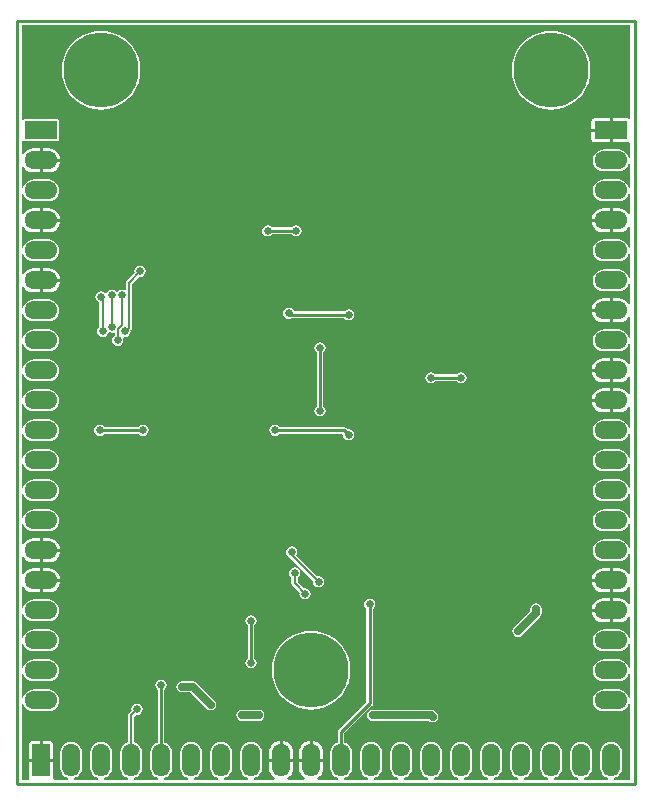
<source format=gbl>
G04 Layer_Physical_Order=2*
G04 Layer_Color=16711680*
%FSLAX25Y25*%
%MOIN*%
G70*
G01*
G75*
%ADD17C,0.01000*%
%ADD19C,0.02500*%
%ADD20C,0.00800*%
%ADD21C,0.25000*%
%ADD22R,0.11000X0.06000*%
%ADD23O,0.11000X0.06000*%
%ADD24R,0.06000X0.11000*%
%ADD25O,0.06000X0.11000*%
%ADD26C,0.02500*%
G36*
X470971Y332155D02*
X470471Y331888D01*
X470390Y331942D01*
X470000Y332020D01*
X465000D01*
Y328000D01*
Y323980D01*
X470000D01*
X470390Y324058D01*
X470471Y324112D01*
X470971Y323845D01*
Y319061D01*
X470507Y318940D01*
X470145Y319815D01*
X469568Y320567D01*
X468816Y321145D01*
X467940Y321507D01*
X467000Y321631D01*
X462000D01*
X461060Y321507D01*
X460184Y321145D01*
X459432Y320567D01*
X458855Y319815D01*
X458493Y318940D01*
X458369Y318000D01*
X458493Y317060D01*
X458855Y316184D01*
X459432Y315433D01*
X460184Y314855D01*
X461060Y314493D01*
X462000Y314369D01*
X467000D01*
X467940Y314493D01*
X468816Y314855D01*
X469568Y315433D01*
X470145Y316184D01*
X470507Y317060D01*
X470971Y316939D01*
Y309061D01*
X470507Y308940D01*
X470145Y309816D01*
X469568Y310567D01*
X468816Y311145D01*
X467940Y311507D01*
X467000Y311631D01*
X462000D01*
X461060Y311507D01*
X460184Y311145D01*
X459432Y310567D01*
X458855Y309816D01*
X458493Y308940D01*
X458369Y308000D01*
X458493Y307060D01*
X458855Y306185D01*
X459432Y305433D01*
X460184Y304855D01*
X461060Y304493D01*
X462000Y304369D01*
X467000D01*
X467940Y304493D01*
X468816Y304855D01*
X469568Y305433D01*
X470145Y306185D01*
X470507Y307060D01*
X470971Y306939D01*
Y300299D01*
X470524Y300045D01*
X470471Y300048D01*
X469853Y300853D01*
X469017Y301494D01*
X468044Y301897D01*
X467000Y302034D01*
X465000D01*
Y298000D01*
Y293966D01*
X467000D01*
X468044Y294103D01*
X469017Y294506D01*
X469853Y295147D01*
X470471Y295952D01*
X470524Y295955D01*
X470971Y295701D01*
Y289061D01*
X470507Y288940D01*
X470145Y289815D01*
X469568Y290567D01*
X468816Y291145D01*
X467940Y291507D01*
X467000Y291631D01*
X462000D01*
X461060Y291507D01*
X460184Y291145D01*
X459432Y290567D01*
X458855Y289815D01*
X458493Y288940D01*
X458369Y288000D01*
X458493Y287060D01*
X458855Y286185D01*
X459432Y285433D01*
X460184Y284855D01*
X461060Y284493D01*
X462000Y284369D01*
X467000D01*
X467940Y284493D01*
X468816Y284855D01*
X469568Y285433D01*
X470145Y286185D01*
X470507Y287060D01*
X470971Y286939D01*
Y279061D01*
X470507Y278940D01*
X470145Y279816D01*
X469568Y280568D01*
X468816Y281145D01*
X467940Y281507D01*
X467000Y281631D01*
X462000D01*
X461060Y281507D01*
X460184Y281145D01*
X459432Y280568D01*
X458855Y279816D01*
X458493Y278940D01*
X458369Y278000D01*
X458493Y277060D01*
X458855Y276185D01*
X459432Y275432D01*
X460184Y274855D01*
X461060Y274493D01*
X462000Y274369D01*
X467000D01*
X467940Y274493D01*
X468816Y274855D01*
X469568Y275432D01*
X470145Y276185D01*
X470507Y277060D01*
X470971Y276939D01*
Y270299D01*
X470524Y270045D01*
X470471Y270048D01*
X469853Y270853D01*
X469017Y271494D01*
X468044Y271897D01*
X467000Y272035D01*
X465000D01*
Y268000D01*
Y263966D01*
X467000D01*
X468044Y264103D01*
X469017Y264506D01*
X469853Y265147D01*
X470471Y265952D01*
X470524Y265955D01*
X470971Y265701D01*
Y259061D01*
X470507Y258940D01*
X470145Y259816D01*
X469568Y260567D01*
X468816Y261145D01*
X467940Y261507D01*
X467000Y261631D01*
X462000D01*
X461060Y261507D01*
X460184Y261145D01*
X459432Y260567D01*
X458855Y259816D01*
X458493Y258940D01*
X458369Y258000D01*
X458493Y257060D01*
X458855Y256185D01*
X459432Y255433D01*
X460184Y254855D01*
X461060Y254493D01*
X462000Y254369D01*
X467000D01*
X467940Y254493D01*
X468816Y254855D01*
X469568Y255433D01*
X470145Y256185D01*
X470507Y257060D01*
X470971Y256939D01*
Y250299D01*
X470524Y250045D01*
X470471Y250048D01*
X469853Y250853D01*
X469017Y251494D01*
X468044Y251897D01*
X467000Y252034D01*
X465000D01*
Y248000D01*
Y243966D01*
X467000D01*
X468044Y244103D01*
X469017Y244506D01*
X469853Y245147D01*
X470471Y245952D01*
X470524Y245955D01*
X470971Y245701D01*
Y240299D01*
X470524Y240045D01*
X470471Y240048D01*
X469853Y240853D01*
X469017Y241494D01*
X468044Y241897D01*
X467000Y242035D01*
X465000D01*
Y238000D01*
Y233965D01*
X467000D01*
X468044Y234103D01*
X469017Y234506D01*
X469853Y235147D01*
X470471Y235952D01*
X470524Y235955D01*
X470971Y235701D01*
Y229061D01*
X470507Y228940D01*
X470145Y229816D01*
X469568Y230568D01*
X468816Y231145D01*
X467940Y231507D01*
X467000Y231631D01*
X462000D01*
X461060Y231507D01*
X460184Y231145D01*
X459432Y230568D01*
X458855Y229816D01*
X458493Y228940D01*
X458369Y228000D01*
X458493Y227060D01*
X458855Y226185D01*
X459432Y225432D01*
X460184Y224855D01*
X461060Y224493D01*
X462000Y224369D01*
X467000D01*
X467940Y224493D01*
X468816Y224855D01*
X469568Y225432D01*
X470145Y226185D01*
X470507Y227060D01*
X470971Y226939D01*
Y219061D01*
X470507Y218940D01*
X470145Y219815D01*
X469568Y220567D01*
X468816Y221145D01*
X467940Y221507D01*
X467000Y221631D01*
X462000D01*
X461060Y221507D01*
X460184Y221145D01*
X459432Y220567D01*
X458855Y219815D01*
X458493Y218940D01*
X458369Y218000D01*
X458493Y217060D01*
X458855Y216184D01*
X459432Y215433D01*
X460184Y214855D01*
X461060Y214493D01*
X462000Y214369D01*
X467000D01*
X467940Y214493D01*
X468816Y214855D01*
X469568Y215433D01*
X470145Y216184D01*
X470507Y217060D01*
X470971Y216939D01*
Y209061D01*
X470507Y208940D01*
X470145Y209816D01*
X469568Y210567D01*
X468816Y211145D01*
X467940Y211507D01*
X467000Y211631D01*
X462000D01*
X461060Y211507D01*
X460184Y211145D01*
X459432Y210567D01*
X458855Y209816D01*
X458493Y208940D01*
X458369Y208000D01*
X458493Y207060D01*
X458855Y206185D01*
X459432Y205433D01*
X460184Y204855D01*
X461060Y204493D01*
X462000Y204369D01*
X467000D01*
X467940Y204493D01*
X468816Y204855D01*
X469568Y205433D01*
X470145Y206185D01*
X470507Y207060D01*
X470971Y206939D01*
Y199061D01*
X470507Y198940D01*
X470145Y199815D01*
X469568Y200568D01*
X468816Y201145D01*
X467940Y201507D01*
X467000Y201631D01*
X462000D01*
X461060Y201507D01*
X460184Y201145D01*
X459432Y200568D01*
X458855Y199815D01*
X458493Y198940D01*
X458369Y198000D01*
X458493Y197060D01*
X458855Y196185D01*
X459432Y195432D01*
X460184Y194855D01*
X461060Y194493D01*
X462000Y194369D01*
X467000D01*
X467940Y194493D01*
X468816Y194855D01*
X469568Y195432D01*
X470145Y196185D01*
X470507Y197060D01*
X470971Y196939D01*
Y189061D01*
X470507Y188940D01*
X470145Y189815D01*
X469568Y190568D01*
X468816Y191145D01*
X467940Y191507D01*
X467000Y191631D01*
X462000D01*
X461060Y191507D01*
X460184Y191145D01*
X459432Y190568D01*
X458855Y189815D01*
X458493Y188940D01*
X458369Y188000D01*
X458493Y187060D01*
X458855Y186185D01*
X459432Y185432D01*
X460184Y184855D01*
X461060Y184493D01*
X462000Y184369D01*
X467000D01*
X467940Y184493D01*
X468816Y184855D01*
X469568Y185432D01*
X470145Y186185D01*
X470507Y187060D01*
X470971Y186939D01*
Y180299D01*
X470524Y180045D01*
X470471Y180048D01*
X469853Y180853D01*
X469017Y181494D01*
X468044Y181897D01*
X467000Y182035D01*
X465000D01*
Y178000D01*
Y173966D01*
X467000D01*
X468044Y174103D01*
X469017Y174506D01*
X469853Y175147D01*
X470471Y175952D01*
X470524Y175955D01*
X470971Y175701D01*
Y170299D01*
X470524Y170045D01*
X470471Y170048D01*
X469853Y170853D01*
X469017Y171494D01*
X468044Y171897D01*
X467000Y172035D01*
X465000D01*
Y168000D01*
Y163965D01*
X467000D01*
X468044Y164103D01*
X469017Y164506D01*
X469853Y165147D01*
X470471Y165952D01*
X470524Y165955D01*
X470971Y165701D01*
Y159061D01*
X470507Y158940D01*
X470145Y159816D01*
X469568Y160568D01*
X468816Y161145D01*
X467940Y161507D01*
X467000Y161631D01*
X462000D01*
X461060Y161507D01*
X460184Y161145D01*
X459432Y160568D01*
X458855Y159816D01*
X458493Y158940D01*
X458369Y158000D01*
X458493Y157060D01*
X458855Y156184D01*
X459432Y155432D01*
X460184Y154855D01*
X461060Y154493D01*
X462000Y154369D01*
X467000D01*
X467940Y154493D01*
X468816Y154855D01*
X469568Y155432D01*
X470145Y156184D01*
X470507Y157060D01*
X470971Y156939D01*
Y149061D01*
X470507Y148940D01*
X470145Y149815D01*
X469568Y150568D01*
X468816Y151145D01*
X467940Y151507D01*
X467000Y151631D01*
X462000D01*
X461060Y151507D01*
X460184Y151145D01*
X459432Y150568D01*
X458855Y149815D01*
X458493Y148940D01*
X458369Y148000D01*
X458493Y147060D01*
X458855Y146185D01*
X459432Y145432D01*
X460184Y144855D01*
X461060Y144493D01*
X462000Y144369D01*
X467000D01*
X467940Y144493D01*
X468816Y144855D01*
X469568Y145432D01*
X470145Y146185D01*
X470507Y147060D01*
X470971Y146939D01*
Y139061D01*
X470507Y138940D01*
X470145Y139815D01*
X469568Y140568D01*
X468816Y141145D01*
X467940Y141507D01*
X467000Y141631D01*
X462000D01*
X461060Y141507D01*
X460184Y141145D01*
X459432Y140568D01*
X458855Y139815D01*
X458493Y138940D01*
X458369Y138000D01*
X458493Y137060D01*
X458855Y136185D01*
X459432Y135432D01*
X460184Y134855D01*
X461060Y134493D01*
X462000Y134369D01*
X467000D01*
X467940Y134493D01*
X468816Y134855D01*
X469568Y135432D01*
X470145Y136185D01*
X470507Y137060D01*
X470971Y136939D01*
Y111529D01*
X465561D01*
X465440Y111993D01*
X466316Y112355D01*
X467068Y112932D01*
X467645Y113684D01*
X468007Y114560D01*
X468131Y115500D01*
Y120500D01*
X468007Y121440D01*
X467645Y122316D01*
X467068Y123068D01*
X466316Y123645D01*
X465440Y124007D01*
X464500Y124131D01*
X463560Y124007D01*
X462684Y123645D01*
X461932Y123068D01*
X461355Y122316D01*
X460993Y121440D01*
X460869Y120500D01*
Y115500D01*
X460993Y114560D01*
X461355Y113684D01*
X461932Y112932D01*
X462684Y112355D01*
X463560Y111993D01*
X463439Y111529D01*
X455561D01*
X455440Y111993D01*
X456316Y112355D01*
X457068Y112932D01*
X457645Y113684D01*
X458007Y114560D01*
X458131Y115500D01*
Y120500D01*
X458007Y121440D01*
X457645Y122316D01*
X457068Y123068D01*
X456316Y123645D01*
X455440Y124007D01*
X454500Y124131D01*
X453560Y124007D01*
X452684Y123645D01*
X451932Y123068D01*
X451355Y122316D01*
X450993Y121440D01*
X450869Y120500D01*
Y115500D01*
X450993Y114560D01*
X451355Y113684D01*
X451932Y112932D01*
X452684Y112355D01*
X453560Y111993D01*
X453439Y111529D01*
X445561D01*
X445440Y111993D01*
X446315Y112355D01*
X447068Y112932D01*
X447645Y113684D01*
X448007Y114560D01*
X448131Y115500D01*
Y120500D01*
X448007Y121440D01*
X447645Y122316D01*
X447068Y123068D01*
X446315Y123645D01*
X445440Y124007D01*
X444500Y124131D01*
X443560Y124007D01*
X442685Y123645D01*
X441932Y123068D01*
X441355Y122316D01*
X440993Y121440D01*
X440869Y120500D01*
Y115500D01*
X440993Y114560D01*
X441355Y113684D01*
X441932Y112932D01*
X442685Y112355D01*
X443560Y111993D01*
X443439Y111529D01*
X435561D01*
X435440Y111993D01*
X436315Y112355D01*
X437068Y112932D01*
X437645Y113684D01*
X438007Y114560D01*
X438131Y115500D01*
Y120500D01*
X438007Y121440D01*
X437645Y122316D01*
X437068Y123068D01*
X436315Y123645D01*
X435440Y124007D01*
X434500Y124131D01*
X433560Y124007D01*
X432685Y123645D01*
X431932Y123068D01*
X431355Y122316D01*
X430993Y121440D01*
X430869Y120500D01*
Y115500D01*
X430993Y114560D01*
X431355Y113684D01*
X431932Y112932D01*
X432685Y112355D01*
X433560Y111993D01*
X433439Y111529D01*
X425561D01*
X425440Y111993D01*
X426315Y112355D01*
X427068Y112932D01*
X427645Y113684D01*
X428007Y114560D01*
X428131Y115500D01*
Y120500D01*
X428007Y121440D01*
X427645Y122316D01*
X427068Y123068D01*
X426315Y123645D01*
X425440Y124007D01*
X424500Y124131D01*
X423560Y124007D01*
X422684Y123645D01*
X421932Y123068D01*
X421355Y122316D01*
X420993Y121440D01*
X420869Y120500D01*
Y115500D01*
X420993Y114560D01*
X421355Y113684D01*
X421932Y112932D01*
X422684Y112355D01*
X423560Y111993D01*
X423439Y111529D01*
X415561D01*
X415440Y111993D01*
X416316Y112355D01*
X417068Y112932D01*
X417645Y113684D01*
X418007Y114560D01*
X418131Y115500D01*
Y120500D01*
X418007Y121440D01*
X417645Y122316D01*
X417068Y123068D01*
X416316Y123645D01*
X415440Y124007D01*
X414500Y124131D01*
X413560Y124007D01*
X412684Y123645D01*
X411932Y123068D01*
X411355Y122316D01*
X410993Y121440D01*
X410869Y120500D01*
Y115500D01*
X410993Y114560D01*
X411355Y113684D01*
X411932Y112932D01*
X412684Y112355D01*
X413560Y111993D01*
X413439Y111529D01*
X405561D01*
X405440Y111993D01*
X406316Y112355D01*
X407067Y112932D01*
X407645Y113684D01*
X408007Y114560D01*
X408131Y115500D01*
Y120500D01*
X408007Y121440D01*
X407645Y122316D01*
X407067Y123068D01*
X406316Y123645D01*
X405440Y124007D01*
X404500Y124131D01*
X403560Y124007D01*
X402684Y123645D01*
X401932Y123068D01*
X401355Y122316D01*
X400993Y121440D01*
X400869Y120500D01*
Y115500D01*
X400993Y114560D01*
X401355Y113684D01*
X401932Y112932D01*
X402684Y112355D01*
X403560Y111993D01*
X403439Y111529D01*
X395561D01*
X395440Y111993D01*
X396316Y112355D01*
X397067Y112932D01*
X397645Y113684D01*
X398007Y114560D01*
X398131Y115500D01*
Y120500D01*
X398007Y121440D01*
X397645Y122316D01*
X397067Y123068D01*
X396316Y123645D01*
X395440Y124007D01*
X394500Y124131D01*
X393560Y124007D01*
X392685Y123645D01*
X391933Y123068D01*
X391355Y122316D01*
X390993Y121440D01*
X390869Y120500D01*
Y115500D01*
X390993Y114560D01*
X391355Y113684D01*
X391933Y112932D01*
X392685Y112355D01*
X393560Y111993D01*
X393439Y111529D01*
X385561D01*
X385440Y111993D01*
X386315Y112355D01*
X387068Y112932D01*
X387645Y113684D01*
X388007Y114560D01*
X388131Y115500D01*
Y120500D01*
X388007Y121440D01*
X387645Y122316D01*
X387068Y123068D01*
X386315Y123645D01*
X385440Y124007D01*
X384500Y124131D01*
X383560Y124007D01*
X382684Y123645D01*
X381932Y123068D01*
X381355Y122316D01*
X380993Y121440D01*
X380869Y120500D01*
Y115500D01*
X380993Y114560D01*
X381355Y113684D01*
X381932Y112932D01*
X382684Y112355D01*
X383560Y111993D01*
X383439Y111529D01*
X375561D01*
X375440Y111993D01*
X376315Y112355D01*
X377067Y112932D01*
X377645Y113684D01*
X378007Y114560D01*
X378131Y115500D01*
Y120500D01*
X378007Y121440D01*
X377645Y122316D01*
X377067Y123068D01*
X376315Y123645D01*
X375622Y123932D01*
Y127035D01*
X384793Y136207D01*
X384793Y136207D01*
X385036Y136571D01*
X385122Y137000D01*
X385121Y137000D01*
Y168524D01*
X385334Y168666D01*
X385743Y169278D01*
X385886Y170000D01*
X385743Y170722D01*
X385334Y171334D01*
X384722Y171743D01*
X384000Y171886D01*
X383278Y171743D01*
X382666Y171334D01*
X382257Y170722D01*
X382114Y170000D01*
X382257Y169278D01*
X382666Y168666D01*
X382878Y168524D01*
Y137465D01*
X373707Y128293D01*
X373464Y127929D01*
X373378Y127500D01*
X373378Y127500D01*
Y123932D01*
X372685Y123645D01*
X371933Y123068D01*
X371355Y122316D01*
X370993Y121440D01*
X370869Y120500D01*
Y115500D01*
X370993Y114560D01*
X371355Y113684D01*
X371933Y112932D01*
X372685Y112355D01*
X373560Y111993D01*
X373439Y111529D01*
X366799D01*
X366545Y111976D01*
X366548Y112029D01*
X367353Y112647D01*
X367994Y113483D01*
X368397Y114456D01*
X368534Y115500D01*
Y117500D01*
X364500D01*
X360466D01*
Y115500D01*
X360603Y114456D01*
X361006Y113483D01*
X361647Y112647D01*
X362452Y112029D01*
X362455Y111976D01*
X362201Y111529D01*
X356799D01*
X356545Y111976D01*
X356548Y112029D01*
X357353Y112647D01*
X357994Y113483D01*
X358397Y114456D01*
X358535Y115500D01*
Y117500D01*
X354500D01*
X350465D01*
Y115500D01*
X350603Y114456D01*
X351006Y113483D01*
X351647Y112647D01*
X352452Y112029D01*
X352455Y111976D01*
X352201Y111529D01*
X345561D01*
X345440Y111993D01*
X346316Y112355D01*
X347067Y112932D01*
X347645Y113684D01*
X348007Y114560D01*
X348131Y115500D01*
Y120500D01*
X348007Y121440D01*
X347645Y122316D01*
X347067Y123068D01*
X346316Y123645D01*
X345440Y124007D01*
X344500Y124131D01*
X343560Y124007D01*
X342685Y123645D01*
X341933Y123068D01*
X341355Y122316D01*
X340993Y121440D01*
X340869Y120500D01*
Y115500D01*
X340993Y114560D01*
X341355Y113684D01*
X341933Y112932D01*
X342685Y112355D01*
X343560Y111993D01*
X343439Y111529D01*
X335561D01*
X335440Y111993D01*
X336315Y112355D01*
X337068Y112932D01*
X337645Y113684D01*
X338007Y114560D01*
X338131Y115500D01*
Y120500D01*
X338007Y121440D01*
X337645Y122316D01*
X337068Y123068D01*
X336315Y123645D01*
X335440Y124007D01*
X334500Y124131D01*
X333560Y124007D01*
X332684Y123645D01*
X331932Y123068D01*
X331355Y122316D01*
X330993Y121440D01*
X330869Y120500D01*
Y115500D01*
X330993Y114560D01*
X331355Y113684D01*
X331932Y112932D01*
X332684Y112355D01*
X333560Y111993D01*
X333439Y111529D01*
X325561D01*
X325440Y111993D01*
X326315Y112355D01*
X327067Y112932D01*
X327645Y113684D01*
X328007Y114560D01*
X328131Y115500D01*
Y120500D01*
X328007Y121440D01*
X327645Y122316D01*
X327067Y123068D01*
X326315Y123645D01*
X325440Y124007D01*
X324500Y124131D01*
X323560Y124007D01*
X322685Y123645D01*
X321933Y123068D01*
X321355Y122316D01*
X320993Y121440D01*
X320869Y120500D01*
Y115500D01*
X320993Y114560D01*
X321355Y113684D01*
X321933Y112932D01*
X322685Y112355D01*
X323560Y111993D01*
X323439Y111529D01*
X315561D01*
X315440Y111993D01*
X316316Y112355D01*
X317068Y112932D01*
X317645Y113684D01*
X318007Y114560D01*
X318131Y115500D01*
Y120500D01*
X318007Y121440D01*
X317645Y122316D01*
X317068Y123068D01*
X316316Y123645D01*
X315621Y123932D01*
Y141524D01*
X315834Y141666D01*
X316243Y142278D01*
X316386Y143000D01*
X316243Y143722D01*
X315834Y144334D01*
X315222Y144743D01*
X314500Y144886D01*
X313778Y144743D01*
X313166Y144334D01*
X312757Y143722D01*
X312614Y143000D01*
X312757Y142278D01*
X313166Y141666D01*
X313379Y141524D01*
Y123932D01*
X312684Y123645D01*
X311932Y123068D01*
X311355Y122316D01*
X310993Y121440D01*
X310869Y120500D01*
Y115500D01*
X310993Y114560D01*
X311355Y113684D01*
X311932Y112932D01*
X312684Y112355D01*
X313560Y111993D01*
X313439Y111529D01*
X305561D01*
X305440Y111993D01*
X306315Y112355D01*
X307067Y112932D01*
X307645Y113684D01*
X308007Y114560D01*
X308131Y115500D01*
Y120500D01*
X308007Y121440D01*
X307645Y122316D01*
X307067Y123068D01*
X306315Y123645D01*
X305520Y123974D01*
Y132578D01*
X306129Y133187D01*
X306500Y133114D01*
X307222Y133257D01*
X307834Y133666D01*
X308243Y134278D01*
X308386Y135000D01*
X308243Y135722D01*
X307834Y136334D01*
X307222Y136743D01*
X306500Y136886D01*
X305778Y136743D01*
X305166Y136334D01*
X304757Y135722D01*
X304614Y135000D01*
X304688Y134629D01*
X303779Y133721D01*
X303558Y133390D01*
X303480Y133000D01*
Y123974D01*
X302684Y123645D01*
X301933Y123068D01*
X301355Y122316D01*
X300993Y121440D01*
X300869Y120500D01*
Y115500D01*
X300993Y114560D01*
X301355Y113684D01*
X301933Y112932D01*
X302684Y112355D01*
X303560Y111993D01*
X303439Y111529D01*
X295561D01*
X295440Y111993D01*
X296316Y112355D01*
X297067Y112932D01*
X297645Y113684D01*
X298007Y114560D01*
X298131Y115500D01*
Y120500D01*
X298007Y121440D01*
X297645Y122316D01*
X297067Y123068D01*
X296316Y123645D01*
X295440Y124007D01*
X294500Y124131D01*
X293560Y124007D01*
X292685Y123645D01*
X291933Y123068D01*
X291355Y122316D01*
X290993Y121440D01*
X290869Y120500D01*
Y115500D01*
X290993Y114560D01*
X291355Y113684D01*
X291933Y112932D01*
X292685Y112355D01*
X293560Y111993D01*
X293439Y111529D01*
X285561D01*
X285440Y111993D01*
X286315Y112355D01*
X287068Y112932D01*
X287645Y113684D01*
X288007Y114560D01*
X288131Y115500D01*
Y120500D01*
X288007Y121440D01*
X287645Y122316D01*
X287068Y123068D01*
X286315Y123645D01*
X285440Y124007D01*
X284500Y124131D01*
X283560Y124007D01*
X282684Y123645D01*
X281932Y123068D01*
X281355Y122316D01*
X280993Y121440D01*
X280869Y120500D01*
Y115500D01*
X280993Y114560D01*
X281355Y113684D01*
X281932Y112932D01*
X282684Y112355D01*
X283560Y111993D01*
X283439Y111529D01*
X278656D01*
X278388Y112029D01*
X278442Y112110D01*
X278520Y112500D01*
Y117500D01*
X274500D01*
X270480D01*
Y112500D01*
X270558Y112110D01*
X270612Y112029D01*
X270344Y111529D01*
X268029D01*
Y136939D01*
X268493Y137060D01*
X268855Y136185D01*
X269432Y135432D01*
X270184Y134855D01*
X271060Y134493D01*
X272000Y134369D01*
X277000D01*
X277940Y134493D01*
X278816Y134855D01*
X279568Y135432D01*
X280145Y136185D01*
X280507Y137060D01*
X280631Y138000D01*
X280507Y138940D01*
X280145Y139815D01*
X279568Y140568D01*
X278816Y141145D01*
X277940Y141507D01*
X277000Y141631D01*
X272000D01*
X271060Y141507D01*
X270184Y141145D01*
X269432Y140568D01*
X268855Y139815D01*
X268493Y138940D01*
X268029Y139061D01*
Y146939D01*
X268493Y147060D01*
X268855Y146185D01*
X269432Y145432D01*
X270184Y144855D01*
X271060Y144493D01*
X272000Y144369D01*
X277000D01*
X277940Y144493D01*
X278816Y144855D01*
X279568Y145432D01*
X280145Y146185D01*
X280507Y147060D01*
X280631Y148000D01*
X280507Y148940D01*
X280145Y149815D01*
X279568Y150568D01*
X278816Y151145D01*
X277940Y151507D01*
X277000Y151631D01*
X272000D01*
X271060Y151507D01*
X270184Y151145D01*
X269432Y150568D01*
X268855Y149815D01*
X268493Y148940D01*
X268029Y149061D01*
Y156939D01*
X268493Y157060D01*
X268855Y156184D01*
X269432Y155432D01*
X270184Y154855D01*
X271060Y154493D01*
X272000Y154369D01*
X277000D01*
X277940Y154493D01*
X278816Y154855D01*
X279568Y155432D01*
X280145Y156184D01*
X280507Y157060D01*
X280631Y158000D01*
X280507Y158940D01*
X280145Y159816D01*
X279568Y160568D01*
X278816Y161145D01*
X277940Y161507D01*
X277000Y161631D01*
X272000D01*
X271060Y161507D01*
X270184Y161145D01*
X269432Y160568D01*
X268855Y159816D01*
X268493Y158940D01*
X268029Y159061D01*
Y166939D01*
X268493Y167060D01*
X268855Y166184D01*
X269432Y165432D01*
X270184Y164855D01*
X271060Y164493D01*
X272000Y164369D01*
X277000D01*
X277940Y164493D01*
X278816Y164855D01*
X279568Y165432D01*
X280145Y166184D01*
X280507Y167060D01*
X280631Y168000D01*
X280507Y168940D01*
X280145Y169816D01*
X279568Y170568D01*
X278816Y171145D01*
X277940Y171507D01*
X277000Y171631D01*
X272000D01*
X271060Y171507D01*
X270184Y171145D01*
X269432Y170568D01*
X268855Y169816D01*
X268493Y168940D01*
X268029Y169061D01*
Y175701D01*
X268476Y175955D01*
X268529Y175952D01*
X269147Y175147D01*
X269983Y174506D01*
X270956Y174103D01*
X272000Y173966D01*
X274000D01*
Y178000D01*
Y182035D01*
X272000D01*
X270956Y181897D01*
X269983Y181494D01*
X269147Y180853D01*
X268529Y180048D01*
X268476Y180045D01*
X268029Y180299D01*
Y185701D01*
X268476Y185955D01*
X268529Y185952D01*
X269147Y185147D01*
X269983Y184506D01*
X270956Y184103D01*
X272000Y183966D01*
X274000D01*
Y188000D01*
Y192034D01*
X272000D01*
X270956Y191897D01*
X269983Y191494D01*
X269147Y190853D01*
X268529Y190048D01*
X268476Y190045D01*
X268029Y190299D01*
Y196939D01*
X268493Y197060D01*
X268855Y196185D01*
X269432Y195432D01*
X270184Y194855D01*
X271060Y194493D01*
X272000Y194369D01*
X277000D01*
X277940Y194493D01*
X278816Y194855D01*
X279568Y195432D01*
X280145Y196185D01*
X280507Y197060D01*
X280631Y198000D01*
X280507Y198940D01*
X280145Y199815D01*
X279568Y200568D01*
X278816Y201145D01*
X277940Y201507D01*
X277000Y201631D01*
X272000D01*
X271060Y201507D01*
X270184Y201145D01*
X269432Y200568D01*
X268855Y199815D01*
X268493Y198940D01*
X268029Y199061D01*
Y206939D01*
X268493Y207060D01*
X268855Y206185D01*
X269432Y205433D01*
X270184Y204855D01*
X271060Y204493D01*
X272000Y204369D01*
X277000D01*
X277940Y204493D01*
X278816Y204855D01*
X279568Y205433D01*
X280145Y206185D01*
X280507Y207060D01*
X280631Y208000D01*
X280507Y208940D01*
X280145Y209816D01*
X279568Y210567D01*
X278816Y211145D01*
X277940Y211507D01*
X277000Y211631D01*
X272000D01*
X271060Y211507D01*
X270184Y211145D01*
X269432Y210567D01*
X268855Y209816D01*
X268493Y208940D01*
X268029Y209061D01*
Y216939D01*
X268493Y217060D01*
X268855Y216184D01*
X269432Y215433D01*
X270184Y214855D01*
X271060Y214493D01*
X272000Y214369D01*
X277000D01*
X277940Y214493D01*
X278816Y214855D01*
X279568Y215433D01*
X280145Y216184D01*
X280507Y217060D01*
X280631Y218000D01*
X280507Y218940D01*
X280145Y219815D01*
X279568Y220567D01*
X278816Y221145D01*
X277940Y221507D01*
X277000Y221631D01*
X272000D01*
X271060Y221507D01*
X270184Y221145D01*
X269432Y220567D01*
X268855Y219815D01*
X268493Y218940D01*
X268029Y219061D01*
Y226939D01*
X268493Y227060D01*
X268855Y226185D01*
X269432Y225432D01*
X270184Y224855D01*
X271060Y224493D01*
X272000Y224369D01*
X277000D01*
X277940Y224493D01*
X278816Y224855D01*
X279568Y225432D01*
X280145Y226185D01*
X280507Y227060D01*
X280631Y228000D01*
X280507Y228940D01*
X280145Y229816D01*
X279568Y230568D01*
X278816Y231145D01*
X277940Y231507D01*
X277000Y231631D01*
X272000D01*
X271060Y231507D01*
X270184Y231145D01*
X269432Y230568D01*
X268855Y229816D01*
X268493Y228940D01*
X268029Y229061D01*
Y236939D01*
X268493Y237060D01*
X268855Y236185D01*
X269432Y235433D01*
X270184Y234855D01*
X271060Y234493D01*
X272000Y234369D01*
X277000D01*
X277940Y234493D01*
X278816Y234855D01*
X279568Y235433D01*
X280145Y236185D01*
X280507Y237060D01*
X280631Y238000D01*
X280507Y238940D01*
X280145Y239815D01*
X279568Y240567D01*
X278816Y241145D01*
X277940Y241507D01*
X277000Y241631D01*
X272000D01*
X271060Y241507D01*
X270184Y241145D01*
X269432Y240567D01*
X268855Y239815D01*
X268493Y238940D01*
X268029Y239061D01*
Y246939D01*
X268493Y247060D01*
X268855Y246184D01*
X269432Y245432D01*
X270184Y244855D01*
X271060Y244493D01*
X272000Y244369D01*
X277000D01*
X277940Y244493D01*
X278816Y244855D01*
X279568Y245432D01*
X280145Y246184D01*
X280507Y247060D01*
X280631Y248000D01*
X280507Y248940D01*
X280145Y249816D01*
X279568Y250568D01*
X278816Y251145D01*
X277940Y251507D01*
X277000Y251631D01*
X272000D01*
X271060Y251507D01*
X270184Y251145D01*
X269432Y250568D01*
X268855Y249816D01*
X268493Y248940D01*
X268029Y249061D01*
Y256939D01*
X268493Y257060D01*
X268855Y256185D01*
X269432Y255433D01*
X270184Y254855D01*
X271060Y254493D01*
X272000Y254369D01*
X277000D01*
X277940Y254493D01*
X278816Y254855D01*
X279568Y255433D01*
X280145Y256185D01*
X280507Y257060D01*
X280631Y258000D01*
X280507Y258940D01*
X280145Y259816D01*
X279568Y260567D01*
X278816Y261145D01*
X277940Y261507D01*
X277000Y261631D01*
X272000D01*
X271060Y261507D01*
X270184Y261145D01*
X269432Y260567D01*
X268855Y259816D01*
X268493Y258940D01*
X268029Y259061D01*
Y266939D01*
X268493Y267060D01*
X268855Y266184D01*
X269432Y265433D01*
X270184Y264855D01*
X271060Y264493D01*
X272000Y264369D01*
X277000D01*
X277940Y264493D01*
X278816Y264855D01*
X279568Y265433D01*
X280145Y266184D01*
X280507Y267060D01*
X280631Y268000D01*
X280507Y268940D01*
X280145Y269815D01*
X279568Y270567D01*
X278816Y271145D01*
X277940Y271507D01*
X277000Y271631D01*
X272000D01*
X271060Y271507D01*
X270184Y271145D01*
X269432Y270567D01*
X268855Y269815D01*
X268493Y268940D01*
X268029Y269061D01*
Y275701D01*
X268476Y275955D01*
X268529Y275952D01*
X269147Y275147D01*
X269983Y274506D01*
X270956Y274103D01*
X272000Y273966D01*
X274000D01*
Y278000D01*
Y282034D01*
X272000D01*
X270956Y281897D01*
X269983Y281494D01*
X269147Y280853D01*
X268529Y280048D01*
X268476Y280045D01*
X268029Y280299D01*
Y286939D01*
X268493Y287060D01*
X268855Y286185D01*
X269432Y285433D01*
X270184Y284855D01*
X271060Y284493D01*
X272000Y284369D01*
X277000D01*
X277940Y284493D01*
X278816Y284855D01*
X279568Y285433D01*
X280145Y286185D01*
X280507Y287060D01*
X280631Y288000D01*
X280507Y288940D01*
X280145Y289815D01*
X279568Y290567D01*
X278816Y291145D01*
X277940Y291507D01*
X277000Y291631D01*
X272000D01*
X271060Y291507D01*
X270184Y291145D01*
X269432Y290567D01*
X268855Y289815D01*
X268493Y288940D01*
X268029Y289061D01*
Y295701D01*
X268476Y295955D01*
X268529Y295952D01*
X269147Y295147D01*
X269983Y294506D01*
X270956Y294103D01*
X272000Y293966D01*
X274000D01*
Y298000D01*
Y302034D01*
X272000D01*
X270956Y301897D01*
X269983Y301494D01*
X269147Y300853D01*
X268529Y300048D01*
X268476Y300045D01*
X268029Y300299D01*
Y306939D01*
X268493Y307060D01*
X268855Y306185D01*
X269432Y305433D01*
X270184Y304855D01*
X271060Y304493D01*
X272000Y304369D01*
X277000D01*
X277940Y304493D01*
X278816Y304855D01*
X279568Y305433D01*
X280145Y306185D01*
X280507Y307060D01*
X280631Y308000D01*
X280507Y308940D01*
X280145Y309816D01*
X279568Y310567D01*
X278816Y311145D01*
X277940Y311507D01*
X277000Y311631D01*
X272000D01*
X271060Y311507D01*
X270184Y311145D01*
X269432Y310567D01*
X268855Y309816D01*
X268493Y308940D01*
X268029Y309061D01*
Y315701D01*
X268476Y315955D01*
X268529Y315952D01*
X269147Y315147D01*
X269983Y314506D01*
X270956Y314103D01*
X272000Y313966D01*
X274000D01*
Y318000D01*
Y322035D01*
X272000D01*
X270956Y321897D01*
X269983Y321494D01*
X269147Y320853D01*
X268529Y320048D01*
X268476Y320045D01*
X268029Y320299D01*
Y324469D01*
X268529Y324568D01*
X268541Y324541D01*
X269000Y324351D01*
X280000D01*
X280459Y324541D01*
X280649Y325000D01*
Y331000D01*
X280459Y331459D01*
X280000Y331649D01*
X269000D01*
X268541Y331459D01*
X268529Y331432D01*
X268029Y331531D01*
Y362971D01*
X470971D01*
Y332155D01*
D02*
G37*
%LPC*%
G36*
X280969Y177500D02*
X275000D01*
Y173966D01*
X277000D01*
X278044Y174103D01*
X279017Y174506D01*
X279853Y175147D01*
X280494Y175983D01*
X280897Y176956D01*
X280969Y177500D01*
D02*
G37*
G36*
X464000D02*
X458031D01*
X458103Y176956D01*
X458506Y175983D01*
X459147Y175147D01*
X459983Y174506D01*
X460956Y174103D01*
X462000Y173966D01*
X464000D01*
Y177500D01*
D02*
G37*
G36*
X359000Y182386D02*
X358278Y182243D01*
X357666Y181834D01*
X357257Y181222D01*
X357114Y180500D01*
X357257Y179778D01*
X357666Y179166D01*
X357980Y178956D01*
Y177000D01*
X358058Y176610D01*
X358279Y176279D01*
X360687Y173871D01*
X360614Y173500D01*
X360757Y172778D01*
X361166Y172166D01*
X361778Y171757D01*
X362500Y171614D01*
X363222Y171757D01*
X363834Y172166D01*
X364243Y172778D01*
X364386Y173500D01*
X364243Y174222D01*
X363834Y174834D01*
X363222Y175243D01*
X362500Y175386D01*
X362129Y175312D01*
X360020Y177422D01*
Y178956D01*
X360334Y179166D01*
X360743Y179778D01*
X360886Y180500D01*
X360743Y181222D01*
X360334Y181834D01*
X359722Y182243D01*
X359000Y182386D01*
D02*
G37*
G36*
X464000Y172035D02*
X462000D01*
X460956Y171897D01*
X459983Y171494D01*
X459147Y170853D01*
X458506Y170017D01*
X458103Y169044D01*
X458031Y168500D01*
X464000D01*
Y172035D01*
D02*
G37*
G36*
Y167500D02*
X458031D01*
X458103Y166956D01*
X458506Y165983D01*
X459147Y165147D01*
X459983Y164506D01*
X460956Y164103D01*
X462000Y163965D01*
X464000D01*
Y167500D01*
D02*
G37*
G36*
X358000Y189386D02*
X357278Y189243D01*
X356666Y188834D01*
X356257Y188222D01*
X356114Y187500D01*
X356257Y186778D01*
X356666Y186166D01*
X357278Y185757D01*
X357306Y185752D01*
X365188Y177871D01*
X365114Y177500D01*
X365257Y176778D01*
X365666Y176166D01*
X366278Y175757D01*
X367000Y175614D01*
X367722Y175757D01*
X368334Y176166D01*
X368743Y176778D01*
X368886Y177500D01*
X368743Y178222D01*
X368334Y178834D01*
X367722Y179243D01*
X367000Y179386D01*
X366629Y179313D01*
X359511Y186431D01*
X359743Y186778D01*
X359886Y187500D01*
X359743Y188222D01*
X359334Y188834D01*
X358722Y189243D01*
X358000Y189386D01*
D02*
G37*
G36*
X277000Y192034D02*
X275000D01*
Y188500D01*
X280969D01*
X280897Y189044D01*
X280494Y190017D01*
X279853Y190853D01*
X279017Y191494D01*
X278044Y191897D01*
X277000Y192034D01*
D02*
G37*
G36*
X352500Y229886D02*
X351778Y229743D01*
X351166Y229334D01*
X350757Y228722D01*
X350614Y228000D01*
X350757Y227278D01*
X351166Y226666D01*
X351778Y226257D01*
X352500Y226114D01*
X353222Y226257D01*
X353834Y226666D01*
X353976Y226878D01*
X374694D01*
X375114Y226500D01*
X375257Y225778D01*
X375666Y225166D01*
X376278Y224757D01*
X377000Y224614D01*
X377722Y224757D01*
X378334Y225166D01*
X378743Y225778D01*
X378886Y226500D01*
X378743Y227222D01*
X378334Y227834D01*
X377722Y228243D01*
X377000Y228386D01*
X376750Y228337D01*
X376293Y228793D01*
X375929Y229036D01*
X375500Y229122D01*
X375500Y229121D01*
X353976D01*
X353834Y229334D01*
X353222Y229743D01*
X352500Y229886D01*
D02*
G37*
G36*
X280969Y187500D02*
X275000D01*
Y183966D01*
X277000D01*
X278044Y184103D01*
X279017Y184506D01*
X279853Y185147D01*
X280494Y185983D01*
X280897Y186956D01*
X280969Y187500D01*
D02*
G37*
G36*
X277000Y182035D02*
X275000D01*
Y178500D01*
X280969D01*
X280897Y179044D01*
X280494Y180017D01*
X279853Y180853D01*
X279017Y181494D01*
X278044Y181897D01*
X277000Y182035D01*
D02*
G37*
G36*
X464000D02*
X462000D01*
X460956Y181897D01*
X459983Y181494D01*
X459147Y180853D01*
X458506Y180017D01*
X458103Y179044D01*
X458031Y178500D01*
X464000D01*
Y182035D01*
D02*
G37*
G36*
X439500Y170386D02*
X438778Y170243D01*
X438166Y169834D01*
X437757Y169222D01*
X437614Y168500D01*
Y167781D01*
X432166Y162334D01*
X431757Y161722D01*
X431614Y161000D01*
X431757Y160278D01*
X432166Y159666D01*
X432778Y159257D01*
X433500Y159114D01*
X434222Y159257D01*
X434834Y159666D01*
X440834Y165666D01*
X441243Y166278D01*
X441386Y167000D01*
Y168500D01*
X441243Y169222D01*
X440834Y169834D01*
X440222Y170243D01*
X439500Y170386D01*
D02*
G37*
G36*
X277500Y124520D02*
X275000D01*
Y118500D01*
X278520D01*
Y123500D01*
X278442Y123890D01*
X278221Y124221D01*
X277890Y124442D01*
X277500Y124520D01*
D02*
G37*
G36*
X355000Y124469D02*
Y118500D01*
X358535D01*
Y120500D01*
X358397Y121544D01*
X357994Y122517D01*
X357353Y123353D01*
X356517Y123994D01*
X355544Y124397D01*
X355000Y124469D01*
D02*
G37*
G36*
X274000Y124520D02*
X271500D01*
X271110Y124442D01*
X270779Y124221D01*
X270558Y123890D01*
X270480Y123500D01*
Y118500D01*
X274000D01*
Y124520D01*
D02*
G37*
G36*
X354000Y124469D02*
X353456Y124397D01*
X352483Y123994D01*
X351647Y123353D01*
X351006Y122517D01*
X350603Y121544D01*
X350465Y120500D01*
Y118500D01*
X354000D01*
Y124469D01*
D02*
G37*
G36*
X364000D02*
X363456Y124397D01*
X362483Y123994D01*
X361647Y123353D01*
X361006Y122517D01*
X360603Y121544D01*
X360466Y120500D01*
Y118500D01*
X364000D01*
Y124469D01*
D02*
G37*
G36*
X365000D02*
Y118500D01*
X368534D01*
Y120500D01*
X368397Y121544D01*
X367994Y122517D01*
X367353Y123353D01*
X366517Y123994D01*
X365544Y124397D01*
X365000Y124469D01*
D02*
G37*
G36*
X364500Y161141D02*
X362444Y160979D01*
X360439Y160497D01*
X358534Y159708D01*
X356776Y158631D01*
X355208Y157292D01*
X353869Y155724D01*
X352792Y153966D01*
X352003Y152061D01*
X351521Y150056D01*
X351360Y148000D01*
X351521Y145944D01*
X352003Y143939D01*
X352792Y142034D01*
X353869Y140276D01*
X355208Y138708D01*
X356776Y137369D01*
X358534Y136292D01*
X360439Y135503D01*
X362444Y135021D01*
X364500Y134860D01*
X366556Y135021D01*
X368561Y135503D01*
X370466Y136292D01*
X372224Y137369D01*
X373792Y138708D01*
X375131Y140276D01*
X376208Y142034D01*
X376997Y143939D01*
X377479Y145944D01*
X377641Y148000D01*
X377479Y150056D01*
X376997Y152061D01*
X376208Y153966D01*
X375131Y155724D01*
X373792Y157292D01*
X372224Y158631D01*
X370466Y159708D01*
X368561Y160497D01*
X366556Y160979D01*
X364500Y161141D01*
D02*
G37*
G36*
X344500Y166386D02*
X343778Y166243D01*
X343166Y165834D01*
X342757Y165222D01*
X342614Y164500D01*
X342757Y163778D01*
X343166Y163166D01*
X343378Y163024D01*
Y151976D01*
X343166Y151834D01*
X342757Y151222D01*
X342614Y150500D01*
X342757Y149778D01*
X343166Y149166D01*
X343778Y148757D01*
X344500Y148614D01*
X345222Y148757D01*
X345834Y149166D01*
X346243Y149778D01*
X346386Y150500D01*
X346243Y151222D01*
X345834Y151834D01*
X345621Y151976D01*
Y163024D01*
X345834Y163166D01*
X346243Y163778D01*
X346386Y164500D01*
X346243Y165222D01*
X345834Y165834D01*
X345222Y166243D01*
X344500Y166386D01*
D02*
G37*
G36*
X325000Y144386D02*
X321500D01*
X320778Y144243D01*
X320166Y143834D01*
X319757Y143222D01*
X319614Y142500D01*
X319757Y141778D01*
X320166Y141166D01*
X320778Y140757D01*
X321500Y140614D01*
X324219D01*
X329666Y135166D01*
X330278Y134757D01*
X331000Y134614D01*
X331722Y134757D01*
X332334Y135166D01*
X332743Y135778D01*
X332886Y136500D01*
X332743Y137222D01*
X332334Y137834D01*
X326334Y143834D01*
X325722Y144243D01*
X325000Y144386D01*
D02*
G37*
G36*
X404500Y134886D02*
X385000D01*
X384278Y134743D01*
X383666Y134334D01*
X383257Y133722D01*
X383114Y133000D01*
X383257Y132278D01*
X383666Y131666D01*
X384278Y131257D01*
X385000Y131114D01*
X403745D01*
X404278Y130757D01*
X405000Y130614D01*
X405722Y130757D01*
X406334Y131166D01*
X406743Y131778D01*
X406886Y132500D01*
X406743Y133222D01*
X406334Y133834D01*
X405834Y134334D01*
X405222Y134743D01*
X404500Y134886D01*
D02*
G37*
G36*
X347000D02*
X341500D01*
X340778Y134743D01*
X340166Y134334D01*
X339757Y133722D01*
X339614Y133000D01*
X339757Y132278D01*
X340166Y131666D01*
X340778Y131257D01*
X341500Y131114D01*
X347000D01*
X347722Y131257D01*
X348334Y131666D01*
X348743Y132278D01*
X348886Y133000D01*
X348743Y133722D01*
X348334Y134334D01*
X347722Y134743D01*
X347000Y134886D01*
D02*
G37*
G36*
X308500Y229886D02*
X307778Y229743D01*
X307166Y229334D01*
X307024Y229121D01*
X295476D01*
X295334Y229334D01*
X294722Y229743D01*
X294000Y229886D01*
X293278Y229743D01*
X292666Y229334D01*
X292257Y228722D01*
X292114Y228000D01*
X292257Y227278D01*
X292666Y226666D01*
X293278Y226257D01*
X294000Y226114D01*
X294722Y226257D01*
X295334Y226666D01*
X295476Y226878D01*
X307024D01*
X307166Y226666D01*
X307778Y226257D01*
X308500Y226114D01*
X309222Y226257D01*
X309834Y226666D01*
X310243Y227278D01*
X310386Y228000D01*
X310243Y228722D01*
X309834Y229334D01*
X309222Y229743D01*
X308500Y229886D01*
D02*
G37*
G36*
X277000Y302034D02*
X275000D01*
Y298500D01*
X280969D01*
X280897Y299044D01*
X280494Y300017D01*
X279853Y300853D01*
X279017Y301494D01*
X278044Y301897D01*
X277000Y302034D01*
D02*
G37*
G36*
X464000D02*
X462000D01*
X460956Y301897D01*
X459983Y301494D01*
X459147Y300853D01*
X458506Y300017D01*
X458103Y299044D01*
X458031Y298500D01*
X464000D01*
Y302034D01*
D02*
G37*
G36*
X359500Y296386D02*
X358778Y296243D01*
X358166Y295834D01*
X358024Y295621D01*
X351476D01*
X351334Y295834D01*
X350722Y296243D01*
X350000Y296386D01*
X349278Y296243D01*
X348666Y295834D01*
X348257Y295222D01*
X348114Y294500D01*
X348257Y293778D01*
X348666Y293166D01*
X349278Y292757D01*
X350000Y292614D01*
X350722Y292757D01*
X351334Y293166D01*
X351476Y293378D01*
X358024D01*
X358166Y293166D01*
X358778Y292757D01*
X359500Y292614D01*
X360222Y292757D01*
X360834Y293166D01*
X361243Y293778D01*
X361386Y294500D01*
X361243Y295222D01*
X360834Y295834D01*
X360222Y296243D01*
X359500Y296386D01*
D02*
G37*
G36*
X280969Y297500D02*
X275000D01*
Y293966D01*
X277000D01*
X278044Y294103D01*
X279017Y294506D01*
X279853Y295147D01*
X280494Y295983D01*
X280897Y296956D01*
X280969Y297500D01*
D02*
G37*
G36*
X464000D02*
X458031D01*
X458103Y296956D01*
X458506Y295983D01*
X459147Y295147D01*
X459983Y294506D01*
X460956Y294103D01*
X462000Y293966D01*
X464000D01*
Y297500D01*
D02*
G37*
G36*
X280969Y317500D02*
X275000D01*
Y313966D01*
X277000D01*
X278044Y314103D01*
X279017Y314506D01*
X279853Y315147D01*
X280494Y315983D01*
X280897Y316956D01*
X280969Y317500D01*
D02*
G37*
G36*
X294500Y361140D02*
X292444Y360979D01*
X290439Y360497D01*
X288534Y359708D01*
X286776Y358631D01*
X285208Y357292D01*
X283869Y355724D01*
X282792Y353966D01*
X282003Y352061D01*
X281521Y350056D01*
X281360Y348000D01*
X281521Y345944D01*
X282003Y343939D01*
X282792Y342034D01*
X283869Y340276D01*
X285208Y338708D01*
X286776Y337369D01*
X288534Y336292D01*
X290439Y335503D01*
X292444Y335021D01*
X294500Y334859D01*
X296556Y335021D01*
X298561Y335503D01*
X300466Y336292D01*
X302224Y337369D01*
X303792Y338708D01*
X305131Y340276D01*
X306208Y342034D01*
X306997Y343939D01*
X307479Y345944D01*
X307641Y348000D01*
X307479Y350056D01*
X306997Y352061D01*
X306208Y353966D01*
X305131Y355724D01*
X303792Y357292D01*
X302224Y358631D01*
X300466Y359708D01*
X298561Y360497D01*
X296556Y360979D01*
X294500Y361140D01*
D02*
G37*
G36*
X444500D02*
X442444Y360979D01*
X440439Y360497D01*
X438534Y359708D01*
X436776Y358631D01*
X435208Y357292D01*
X433869Y355724D01*
X432792Y353966D01*
X432003Y352061D01*
X431521Y350056D01*
X431359Y348000D01*
X431521Y345944D01*
X432003Y343939D01*
X432792Y342034D01*
X433869Y340276D01*
X435208Y338708D01*
X436776Y337369D01*
X438534Y336292D01*
X440439Y335503D01*
X442444Y335021D01*
X444500Y334859D01*
X446556Y335021D01*
X448561Y335503D01*
X450466Y336292D01*
X452224Y337369D01*
X453792Y338708D01*
X455131Y340276D01*
X456208Y342034D01*
X456997Y343939D01*
X457479Y345944D01*
X457641Y348000D01*
X457479Y350056D01*
X456997Y352061D01*
X456208Y353966D01*
X455131Y355724D01*
X453792Y357292D01*
X452224Y358631D01*
X450466Y359708D01*
X448561Y360497D01*
X446556Y360979D01*
X444500Y361140D01*
D02*
G37*
G36*
X464000Y332020D02*
X459000D01*
X458610Y331942D01*
X458279Y331721D01*
X458058Y331390D01*
X457980Y331000D01*
Y328500D01*
X464000D01*
Y332020D01*
D02*
G37*
G36*
X277000Y322035D02*
X275000D01*
Y318500D01*
X280969D01*
X280897Y319044D01*
X280494Y320017D01*
X279853Y320853D01*
X279017Y321494D01*
X278044Y321897D01*
X277000Y322035D01*
D02*
G37*
G36*
X464000Y327500D02*
X457980D01*
Y325000D01*
X458058Y324610D01*
X458279Y324279D01*
X458610Y324058D01*
X459000Y323980D01*
X464000D01*
Y327500D01*
D02*
G37*
G36*
X307500Y282886D02*
X306778Y282743D01*
X306166Y282334D01*
X305757Y281722D01*
X305614Y281000D01*
X305687Y280629D01*
X303029Y277971D01*
X302808Y277640D01*
X302730Y277250D01*
Y274933D01*
X302289Y274697D01*
X302222Y274743D01*
X301500Y274886D01*
X300778Y274743D01*
X300166Y274334D01*
X300051Y274161D01*
X299449D01*
X299334Y274334D01*
X298722Y274743D01*
X298000Y274886D01*
X297278Y274743D01*
X296666Y274334D01*
X296384Y273911D01*
X295867Y273838D01*
X295794Y273860D01*
X295222Y274243D01*
X294500Y274386D01*
X293778Y274243D01*
X293166Y273834D01*
X292757Y273222D01*
X292614Y272500D01*
X292757Y271778D01*
X293166Y271166D01*
X293778Y270757D01*
X293980Y270717D01*
Y262544D01*
X293666Y262334D01*
X293257Y261722D01*
X293114Y261000D01*
X293257Y260278D01*
X293666Y259666D01*
X294278Y259257D01*
X295000Y259114D01*
X295722Y259257D01*
X296334Y259666D01*
X296743Y260278D01*
X296781Y260473D01*
X297158Y260629D01*
X297323Y260632D01*
X298000Y260498D01*
X298722Y260641D01*
X298789Y260686D01*
X299230Y260451D01*
Y259711D01*
X298666Y259334D01*
X298257Y258722D01*
X298114Y258000D01*
X298257Y257278D01*
X298666Y256666D01*
X299278Y256257D01*
X300000Y256114D01*
X300722Y256257D01*
X301334Y256666D01*
X301743Y257278D01*
X301886Y258000D01*
X301743Y258722D01*
X301717Y258760D01*
X302018Y259210D01*
X302500Y259114D01*
X303222Y259257D01*
X303834Y259666D01*
X304243Y260278D01*
X304386Y261000D01*
X304312Y261371D01*
X304471Y261529D01*
X304692Y261860D01*
X304770Y262250D01*
Y276828D01*
X307129Y279187D01*
X307500Y279114D01*
X308222Y279257D01*
X308834Y279666D01*
X309243Y280278D01*
X309386Y281000D01*
X309243Y281722D01*
X308834Y282334D01*
X308222Y282743D01*
X307500Y282886D01*
D02*
G37*
G36*
X464000Y247500D02*
X458031D01*
X458103Y246956D01*
X458506Y245983D01*
X459147Y245147D01*
X459983Y244506D01*
X460956Y244103D01*
X462000Y243966D01*
X464000D01*
Y247500D01*
D02*
G37*
G36*
X414500Y247386D02*
X413778Y247243D01*
X413166Y246834D01*
X413024Y246621D01*
X405976D01*
X405834Y246834D01*
X405222Y247243D01*
X404500Y247386D01*
X403778Y247243D01*
X403166Y246834D01*
X402757Y246222D01*
X402614Y245500D01*
X402757Y244778D01*
X403166Y244166D01*
X403778Y243757D01*
X404500Y243614D01*
X405222Y243757D01*
X405834Y244166D01*
X405976Y244378D01*
X413024D01*
X413166Y244166D01*
X413778Y243757D01*
X414500Y243614D01*
X415222Y243757D01*
X415834Y244166D01*
X416243Y244778D01*
X416386Y245500D01*
X416243Y246222D01*
X415834Y246834D01*
X415222Y247243D01*
X414500Y247386D01*
D02*
G37*
G36*
X464000Y242035D02*
X462000D01*
X460956Y241897D01*
X459983Y241494D01*
X459147Y240853D01*
X458506Y240017D01*
X458103Y239044D01*
X458031Y238500D01*
X464000D01*
Y242035D01*
D02*
G37*
G36*
X367500Y257386D02*
X366778Y257243D01*
X366166Y256834D01*
X365757Y256222D01*
X365614Y255500D01*
X365757Y254778D01*
X366166Y254166D01*
X366378Y254024D01*
Y235976D01*
X366166Y235834D01*
X365757Y235222D01*
X365614Y234500D01*
X365757Y233778D01*
X366166Y233166D01*
X366778Y232757D01*
X367500Y232614D01*
X368222Y232757D01*
X368834Y233166D01*
X369243Y233778D01*
X369386Y234500D01*
X369243Y235222D01*
X368834Y235834D01*
X368621Y235976D01*
Y254024D01*
X368834Y254166D01*
X369243Y254778D01*
X369386Y255500D01*
X369243Y256222D01*
X368834Y256834D01*
X368222Y257243D01*
X367500Y257386D01*
D02*
G37*
G36*
X464000Y237500D02*
X458031D01*
X458103Y236956D01*
X458506Y235983D01*
X459147Y235147D01*
X459983Y234506D01*
X460956Y234103D01*
X462000Y233965D01*
X464000D01*
Y237500D01*
D02*
G37*
G36*
Y252034D02*
X462000D01*
X460956Y251897D01*
X459983Y251494D01*
X459147Y250853D01*
X458506Y250017D01*
X458103Y249044D01*
X458031Y248500D01*
X464000D01*
Y252034D01*
D02*
G37*
G36*
X280969Y277500D02*
X275000D01*
Y273966D01*
X277000D01*
X278044Y274103D01*
X279017Y274506D01*
X279853Y275147D01*
X280494Y275983D01*
X280897Y276956D01*
X280969Y277500D01*
D02*
G37*
G36*
X277000Y282034D02*
X275000D01*
Y278500D01*
X280969D01*
X280897Y279044D01*
X280494Y280017D01*
X279853Y280853D01*
X279017Y281494D01*
X278044Y281897D01*
X277000Y282034D01*
D02*
G37*
G36*
X464000Y272035D02*
X462000D01*
X460956Y271897D01*
X459983Y271494D01*
X459147Y270853D01*
X458506Y270017D01*
X458103Y269044D01*
X458031Y268500D01*
X464000D01*
Y272035D01*
D02*
G37*
G36*
Y267500D02*
X458031D01*
X458103Y266956D01*
X458506Y265983D01*
X459147Y265147D01*
X459983Y264506D01*
X460956Y264103D01*
X462000Y263966D01*
X464000D01*
Y267500D01*
D02*
G37*
G36*
X357000Y268886D02*
X356278Y268743D01*
X355666Y268334D01*
X355257Y267722D01*
X355114Y267000D01*
X355257Y266278D01*
X355666Y265666D01*
X356278Y265257D01*
X357000Y265114D01*
X357722Y265257D01*
X357903Y265378D01*
X375524D01*
X375666Y265166D01*
X376278Y264757D01*
X377000Y264614D01*
X377722Y264757D01*
X378334Y265166D01*
X378743Y265778D01*
X378886Y266500D01*
X378743Y267222D01*
X378334Y267834D01*
X377722Y268243D01*
X377000Y268386D01*
X376278Y268243D01*
X375666Y267834D01*
X375524Y267621D01*
X358763D01*
X358743Y267722D01*
X358334Y268334D01*
X357722Y268743D01*
X357000Y268886D01*
D02*
G37*
%LPD*%
D17*
X314500Y118000D02*
Y143000D01*
X374500Y127500D02*
X384000Y137000D01*
X374500Y118000D02*
Y127500D01*
X344500Y150500D02*
Y164500D01*
X352500Y228000D02*
X375500D01*
X377000Y226500D01*
X404500Y245500D02*
X414500D01*
X294000Y228000D02*
X308500D01*
X357000Y267000D02*
X357500Y266500D01*
X377000D01*
X350000Y294500D02*
X359500D01*
X367500Y234500D02*
Y255500D01*
X384000Y137000D02*
Y170000D01*
X266500Y110000D02*
Y364500D01*
X472500D01*
Y110000D02*
Y364500D01*
X266500Y110000D02*
X472500D01*
D19*
X439500Y167000D02*
Y168500D01*
X433500Y161000D02*
X439500Y167000D01*
X341500Y133000D02*
X347000D01*
X325000Y142500D02*
X331000Y136500D01*
X321500Y142500D02*
X325000D01*
X404500Y133000D02*
X405000Y132500D01*
X385000Y133000D02*
X404500D01*
D20*
X303750Y277250D02*
X307500Y281000D01*
X303750Y262250D02*
Y277250D01*
X302500Y261000D02*
X303750Y262250D01*
X300000Y258000D02*
X300250Y258250D01*
Y261932D01*
X301500Y263182D01*
Y273000D01*
X298000Y262384D02*
Y272000D01*
X298500Y272500D01*
X298000Y273000D02*
X298500Y272500D01*
X294500D02*
X295000Y272000D01*
Y261000D02*
Y272000D01*
X359000Y177000D02*
X362500Y173500D01*
X304500Y133000D02*
X306500Y135000D01*
X304500Y118000D02*
Y133000D01*
X358000Y186500D02*
Y187500D01*
Y186500D02*
X367000Y177500D01*
X359000Y177000D02*
Y180500D01*
D21*
X364500Y148000D02*
D03*
X294500Y348000D02*
D03*
X444500D02*
D03*
D22*
X274500Y328000D02*
D03*
X464500D02*
D03*
D23*
X274500Y318000D02*
D03*
Y308000D02*
D03*
Y298000D02*
D03*
Y288000D02*
D03*
Y278000D02*
D03*
Y268000D02*
D03*
Y258000D02*
D03*
Y248000D02*
D03*
Y238000D02*
D03*
Y228000D02*
D03*
Y218000D02*
D03*
Y208000D02*
D03*
Y198000D02*
D03*
Y188000D02*
D03*
Y178000D02*
D03*
Y168000D02*
D03*
Y158000D02*
D03*
Y148000D02*
D03*
Y138000D02*
D03*
X464500Y318000D02*
D03*
Y308000D02*
D03*
Y298000D02*
D03*
Y288000D02*
D03*
Y278000D02*
D03*
Y268000D02*
D03*
Y258000D02*
D03*
Y248000D02*
D03*
Y238000D02*
D03*
Y228000D02*
D03*
Y218000D02*
D03*
Y208000D02*
D03*
Y198000D02*
D03*
Y188000D02*
D03*
Y178000D02*
D03*
Y168000D02*
D03*
Y158000D02*
D03*
Y148000D02*
D03*
Y138000D02*
D03*
D24*
X274500Y118000D02*
D03*
D25*
X284500D02*
D03*
X294500D02*
D03*
X304500D02*
D03*
X314500D02*
D03*
X324500D02*
D03*
X334500D02*
D03*
X344500D02*
D03*
X354500D02*
D03*
X364500D02*
D03*
X374500D02*
D03*
X384500D02*
D03*
X394500D02*
D03*
X404500D02*
D03*
X414500D02*
D03*
X424500D02*
D03*
X434500D02*
D03*
X444500D02*
D03*
X454500D02*
D03*
X464500D02*
D03*
D26*
X294000Y228000D02*
D03*
X298000Y262384D02*
D03*
X302500Y261000D02*
D03*
X295000D02*
D03*
X300000Y258000D02*
D03*
X301500Y273000D02*
D03*
X298000D02*
D03*
X294500Y272500D02*
D03*
X307500Y281000D02*
D03*
X439500Y168500D02*
D03*
X303500Y159000D02*
D03*
X426000Y302000D02*
D03*
X446500D02*
D03*
X440000Y296500D02*
D03*
X432000D02*
D03*
X443000Y181500D02*
D03*
X410500Y159000D02*
D03*
X347000Y133000D02*
D03*
X341500D02*
D03*
X331000Y136500D02*
D03*
X321500Y142500D02*
D03*
X314500Y143000D02*
D03*
X405000Y132500D02*
D03*
X385000Y133000D02*
D03*
X433500Y161000D02*
D03*
X362500Y173500D02*
D03*
X344500Y164500D02*
D03*
Y150500D02*
D03*
X306500Y135000D02*
D03*
X358000Y187500D02*
D03*
X367000Y177500D02*
D03*
X359000Y180500D02*
D03*
X352500Y228000D02*
D03*
X414500Y245500D02*
D03*
X404500D02*
D03*
X377000Y226500D02*
D03*
X308500Y228000D02*
D03*
X357000Y267000D02*
D03*
X377000Y266500D02*
D03*
X383000Y217500D02*
D03*
X374000Y194000D02*
D03*
X339000Y232000D02*
D03*
X322000Y253000D02*
D03*
Y294500D02*
D03*
X419500Y275000D02*
D03*
X390000Y301000D02*
D03*
X350000Y294500D02*
D03*
X359500D02*
D03*
X382000D02*
D03*
X401500Y271000D02*
D03*
X377500Y233000D02*
D03*
X367500Y255500D02*
D03*
Y234500D02*
D03*
X384000Y170000D02*
D03*
M02*

</source>
